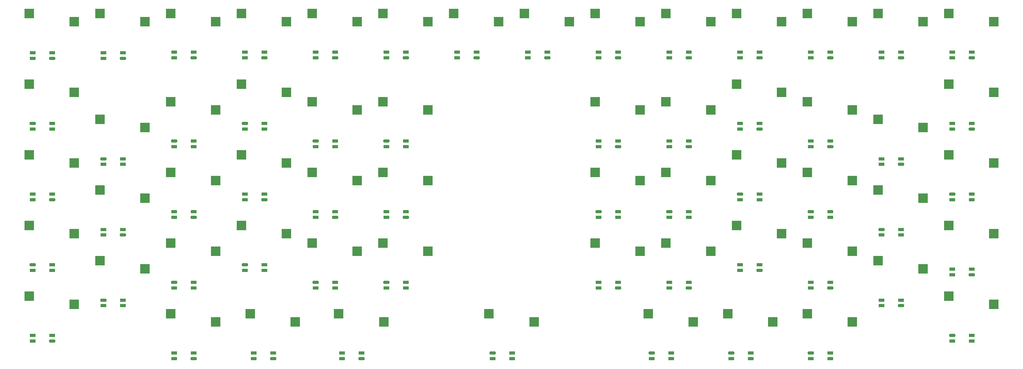
<source format=gbr>
%TF.GenerationSoftware,KiCad,Pcbnew,8.0.3*%
%TF.CreationDate,2024-11-08T10:21:23-08:00*%
%TF.ProjectId,return,72657475-726e-42e6-9b69-6361645f7063,rev?*%
%TF.SameCoordinates,Original*%
%TF.FileFunction,Paste,Bot*%
%TF.FilePolarity,Positive*%
%FSLAX46Y46*%
G04 Gerber Fmt 4.6, Leading zero omitted, Abs format (unit mm)*
G04 Created by KiCad (PCBNEW 8.0.3) date 2024-11-08 10:21:23*
%MOMM*%
%LPD*%
G01*
G04 APERTURE LIST*
G04 Aperture macros list*
%AMRoundRect*
0 Rectangle with rounded corners*
0 $1 Rounding radius*
0 $2 $3 $4 $5 $6 $7 $8 $9 X,Y pos of 4 corners*
0 Add a 4 corners polygon primitive as box body*
4,1,4,$2,$3,$4,$5,$6,$7,$8,$9,$2,$3,0*
0 Add four circle primitives for the rounded corners*
1,1,$1+$1,$2,$3*
1,1,$1+$1,$4,$5*
1,1,$1+$1,$6,$7*
1,1,$1+$1,$8,$9*
0 Add four rect primitives between the rounded corners*
20,1,$1+$1,$2,$3,$4,$5,0*
20,1,$1+$1,$4,$5,$6,$7,0*
20,1,$1+$1,$6,$7,$8,$9,0*
20,1,$1+$1,$8,$9,$2,$3,0*%
G04 Aperture macros list end*
%ADD10R,1.650000X0.820000*%
%ADD11RoundRect,0.205000X-0.620000X-0.205000X0.620000X-0.205000X0.620000X0.205000X-0.620000X0.205000X0*%
%ADD12RoundRect,0.205000X0.620000X0.205000X-0.620000X0.205000X-0.620000X-0.205000X0.620000X-0.205000X0*%
%ADD13RoundRect,0.200000X-1.100000X-1.100000X1.100000X-1.100000X1.100000X1.100000X-1.100000X1.100000X0*%
G04 APERTURE END LIST*
D10*
%TO.C,LED59*%
X240755000Y-61759125D03*
D11*
X235505000Y-61759125D03*
D10*
X235505000Y-63259125D03*
X240755000Y-63259125D03*
%TD*%
%TO.C,LED0*%
X254555400Y-15478450D03*
D12*
X259805400Y-15478450D03*
D10*
X259805400Y-13978450D03*
X254555400Y-13978450D03*
%TD*%
%TO.C,LED34*%
X107402200Y-76046925D03*
D11*
X102152200Y-76046925D03*
D10*
X102152200Y-77546925D03*
X107402200Y-77546925D03*
%TD*%
%TO.C,LED63*%
X235505000Y-44208725D03*
D12*
X240755000Y-44208725D03*
D10*
X240755000Y-42708725D03*
X235505000Y-42708725D03*
%TD*%
%TO.C,LED39*%
X45001000Y-96597325D03*
D12*
X50251000Y-96597325D03*
D10*
X50251000Y-95097325D03*
X45001000Y-95097325D03*
%TD*%
%TO.C,LED31*%
X50251000Y-76046925D03*
D11*
X45001000Y-76046925D03*
D10*
X45001000Y-77546925D03*
X50251000Y-77546925D03*
%TD*%
%TO.C,LED30*%
X31200600Y-80809525D03*
D11*
X25950600Y-80809525D03*
D10*
X25950600Y-82309525D03*
X31200600Y-82309525D03*
%TD*%
%TO.C,LED20*%
X107402200Y-37946125D03*
D11*
X102152200Y-37946125D03*
D10*
X102152200Y-39446125D03*
X107402200Y-39446125D03*
%TD*%
%TO.C,LED40*%
X6900200Y-91834725D03*
D12*
X12150200Y-91834725D03*
D10*
X12150200Y-90334725D03*
X6900200Y-90334725D03*
%TD*%
%TO.C,LED32*%
X69301400Y-71284325D03*
D11*
X64051400Y-71284325D03*
D10*
X64051400Y-72784325D03*
X69301400Y-72784325D03*
%TD*%
%TO.C,LED48*%
X216454600Y-77546925D03*
D12*
X221704600Y-77546925D03*
D10*
X221704600Y-76046925D03*
X216454600Y-76046925D03*
%TD*%
%TO.C,LED45*%
X259805400Y-90334725D03*
D11*
X254555400Y-90334725D03*
D10*
X254555400Y-91834725D03*
X259805400Y-91834725D03*
%TD*%
%TO.C,LED37*%
X90245700Y-96597325D03*
D12*
X95495700Y-96597325D03*
D10*
X95495700Y-95097325D03*
X90245700Y-95097325D03*
%TD*%
%TO.C,LED67*%
X197404200Y-34683525D03*
D12*
X202654200Y-34683525D03*
D10*
X202654200Y-33183525D03*
X197404200Y-33183525D03*
%TD*%
%TO.C,LED43*%
X200272900Y-95097325D03*
D11*
X195022900Y-95097325D03*
D10*
X195022900Y-96597325D03*
X200272900Y-96597325D03*
%TD*%
%TO.C,LED13*%
X25950600Y-15633125D03*
D12*
X31200600Y-15633125D03*
D10*
X31200600Y-14133125D03*
X25950600Y-14133125D03*
%TD*%
%TO.C,LED11*%
X64051400Y-15478450D03*
D12*
X69301400Y-15478450D03*
D10*
X69301400Y-13978450D03*
X64051400Y-13978450D03*
%TD*%
%TO.C,LED61*%
X254555400Y-34683525D03*
D12*
X259805400Y-34683525D03*
D10*
X259805400Y-33183525D03*
X254555400Y-33183525D03*
%TD*%
%TO.C,LED4*%
X197404200Y-15478450D03*
D12*
X202654200Y-15478450D03*
D10*
X202654200Y-13978450D03*
X197404200Y-13978450D03*
%TD*%
%TO.C,LED23*%
X102152200Y-58496525D03*
D12*
X107402200Y-58496525D03*
D10*
X107402200Y-56996525D03*
X102152200Y-56996525D03*
%TD*%
%TO.C,LED29*%
X12150200Y-71284325D03*
D11*
X6900200Y-71284325D03*
D10*
X6900200Y-72784325D03*
X12150200Y-72784325D03*
%TD*%
%TO.C,LED17*%
X50251000Y-37946125D03*
D11*
X45001000Y-37946125D03*
D10*
X45001000Y-39446125D03*
X50251000Y-39446125D03*
%TD*%
%TO.C,LED53*%
X159303400Y-77546925D03*
D12*
X164553400Y-77546925D03*
D10*
X164553400Y-76046925D03*
X159303400Y-76046925D03*
%TD*%
%TO.C,LED51*%
X197404200Y-72784325D03*
D12*
X202654200Y-72784325D03*
D10*
X202654200Y-71284325D03*
X197404200Y-71284325D03*
%TD*%
%TO.C,LED7*%
X140253000Y-15478450D03*
D12*
X145503000Y-15478450D03*
D10*
X145503000Y-13978450D03*
X140253000Y-13978450D03*
%TD*%
%TO.C,LED19*%
X88351800Y-37946125D03*
D11*
X83101800Y-37946125D03*
D10*
X83101800Y-39446125D03*
X88351800Y-39446125D03*
%TD*%
%TO.C,LED26*%
X45001000Y-58496525D03*
D12*
X50251000Y-58496525D03*
D10*
X50251000Y-56996525D03*
X45001000Y-56996525D03*
%TD*%
%TO.C,LED57*%
X221704600Y-56996525D03*
D11*
X216454600Y-56996525D03*
D10*
X216454600Y-58496525D03*
X221704600Y-58496525D03*
%TD*%
%TO.C,LED47*%
X235505000Y-82309525D03*
D12*
X240755000Y-82309525D03*
D10*
X240755000Y-80809525D03*
X235505000Y-80809525D03*
%TD*%
%TO.C,LED54*%
X164553400Y-56996525D03*
D11*
X159303400Y-56996525D03*
D10*
X159303400Y-58496525D03*
X164553400Y-58496525D03*
%TD*%
%TO.C,LED3*%
X216454600Y-15478450D03*
D12*
X221704600Y-15478450D03*
D10*
X221704600Y-13978450D03*
X216454600Y-13978450D03*
%TD*%
%TO.C,LED10*%
X83101800Y-15478450D03*
D12*
X88351800Y-15478450D03*
D10*
X88351800Y-13978450D03*
X83101800Y-13978450D03*
%TD*%
%TO.C,LED66*%
X216454600Y-39446125D03*
D12*
X221704600Y-39446125D03*
D10*
X221704600Y-37946125D03*
X216454600Y-37946125D03*
%TD*%
%TO.C,LED70*%
X159303400Y-39446125D03*
D12*
X164553400Y-39446125D03*
D10*
X164553400Y-37946125D03*
X159303400Y-37946125D03*
%TD*%
%TO.C,LED46*%
X254555400Y-73974975D03*
D12*
X259805400Y-73974975D03*
D10*
X259805400Y-72474975D03*
X254555400Y-72474975D03*
%TD*%
%TO.C,LED9*%
X102152200Y-15478450D03*
D12*
X107402200Y-15478450D03*
D10*
X107402200Y-13978450D03*
X102152200Y-13978450D03*
%TD*%
%TO.C,LED2*%
X235505000Y-15478450D03*
D12*
X240755000Y-15478450D03*
D10*
X240755000Y-13978450D03*
X235505000Y-13978450D03*
%TD*%
%TO.C,LED27*%
X25950600Y-63259125D03*
D12*
X31200600Y-63259125D03*
D10*
X31200600Y-61759125D03*
X25950600Y-61759125D03*
%TD*%
%TO.C,LED42*%
X178841200Y-95097325D03*
D11*
X173591200Y-95097325D03*
D10*
X173591200Y-96597325D03*
X178841200Y-96597325D03*
%TD*%
%TO.C,LED5*%
X178353800Y-15478450D03*
D12*
X183603800Y-15478450D03*
D10*
X183603800Y-13978450D03*
X178353800Y-13978450D03*
%TD*%
%TO.C,LED41*%
X135977800Y-95097325D03*
D11*
X130727800Y-95097325D03*
D10*
X130727800Y-96597325D03*
X135977800Y-96597325D03*
%TD*%
%TO.C,LED16*%
X31200600Y-42708725D03*
D11*
X25950600Y-42708725D03*
D10*
X25950600Y-44208725D03*
X31200600Y-44208725D03*
%TD*%
%TO.C,LED55*%
X183603800Y-56996525D03*
D11*
X178353800Y-56996525D03*
D10*
X178353800Y-58496525D03*
X183603800Y-58496525D03*
%TD*%
%TO.C,LED15*%
X12150200Y-33183525D03*
D11*
X6900200Y-33183525D03*
D10*
X6900200Y-34683525D03*
X12150200Y-34683525D03*
%TD*%
%TO.C,LED60*%
X259805400Y-52233925D03*
D11*
X254555400Y-52233925D03*
D10*
X254555400Y-53733925D03*
X259805400Y-53733925D03*
%TD*%
%TO.C,LED12*%
X45001000Y-15478450D03*
D12*
X50251000Y-15478450D03*
D10*
X50251000Y-13978450D03*
X45001000Y-13978450D03*
%TD*%
%TO.C,LED28*%
X6900200Y-53733925D03*
D12*
X12150200Y-53733925D03*
D10*
X12150200Y-52233925D03*
X6900200Y-52233925D03*
%TD*%
%TO.C,LED38*%
X66432700Y-96597325D03*
D12*
X71682700Y-96597325D03*
D10*
X71682700Y-95097325D03*
X66432700Y-95097325D03*
%TD*%
%TO.C,LED24*%
X83101800Y-58496525D03*
D12*
X88351800Y-58496525D03*
D10*
X88351800Y-56996525D03*
X83101800Y-56996525D03*
%TD*%
%TO.C,LED44*%
X221704600Y-95097325D03*
D11*
X216454600Y-95097325D03*
D10*
X216454600Y-96597325D03*
X221704600Y-96597325D03*
%TD*%
%TO.C,LED52*%
X178353800Y-77546925D03*
D12*
X183603800Y-77546925D03*
D10*
X183603800Y-76046925D03*
X178353800Y-76046925D03*
%TD*%
%TO.C,LED14*%
X6900200Y-15633125D03*
D12*
X12150200Y-15633125D03*
D10*
X12150200Y-14133125D03*
X6900200Y-14133125D03*
%TD*%
%TO.C,LED56*%
X202654200Y-52233925D03*
D11*
X197404200Y-52233925D03*
D10*
X197404200Y-53733925D03*
X202654200Y-53733925D03*
%TD*%
%TO.C,LED6*%
X159303400Y-15478450D03*
D12*
X164553400Y-15478450D03*
D10*
X164553400Y-13978450D03*
X159303400Y-13978450D03*
%TD*%
%TO.C,LED25*%
X64051400Y-53733925D03*
D12*
X69301400Y-53733925D03*
D10*
X69301400Y-52233925D03*
X64051400Y-52233925D03*
%TD*%
%TO.C,LED68*%
X178353800Y-39446125D03*
D12*
X183603800Y-39446125D03*
D10*
X183603800Y-37946125D03*
X178353800Y-37946125D03*
%TD*%
%TO.C,LED33*%
X88351800Y-76046925D03*
D11*
X83101800Y-76046925D03*
D10*
X83101800Y-77546925D03*
X88351800Y-77546925D03*
%TD*%
%TO.C,LED8*%
X121202600Y-15478450D03*
D12*
X126452600Y-15478450D03*
D10*
X126452600Y-13978450D03*
X121202600Y-13978450D03*
%TD*%
%TO.C,LED18*%
X69301400Y-33183525D03*
D11*
X64051400Y-33183525D03*
D10*
X64051400Y-34683525D03*
X69301400Y-34683525D03*
%TD*%
D13*
%TO.C,SW7*%
X94300000Y-5725000D03*
X82150000Y-3525000D03*
%TD*%
%TO.C,SW28*%
X56200000Y-29537500D03*
X44050000Y-27337500D03*
%TD*%
%TO.C,SW14*%
X227650000Y-5725000D03*
X215500000Y-3525000D03*
%TD*%
%TO.C,SW58*%
X141925000Y-86687500D03*
X129775000Y-84487500D03*
%TD*%
%TO.C,SW55*%
X56200000Y-86687500D03*
X44050000Y-84487500D03*
%TD*%
%TO.C,SW8*%
X113350000Y-5725000D03*
X101200000Y-3525000D03*
%TD*%
%TO.C,SW51*%
X227650000Y-67637500D03*
X215500000Y-65437500D03*
%TD*%
%TO.C,SW61*%
X227650000Y-86687500D03*
X215500000Y-84487500D03*
%TD*%
%TO.C,SW27*%
X37150000Y-72400000D03*
X25000000Y-70200000D03*
%TD*%
%TO.C,SW19*%
X18100000Y-62875000D03*
X5950000Y-60675000D03*
%TD*%
%TO.C,SW24*%
X265750000Y-81925000D03*
X253600000Y-79725000D03*
%TD*%
%TO.C,SW60*%
X206222700Y-86689200D03*
X194072700Y-84489200D03*
%TD*%
%TO.C,SW3*%
X18100000Y-5725000D03*
X5950000Y-3525000D03*
%TD*%
%TO.C,SW22*%
X265750000Y-43825000D03*
X253600000Y-41625000D03*
%TD*%
%TO.C,SW41*%
X170500000Y-48587500D03*
X158350000Y-46387500D03*
%TD*%
%TO.C,SW59*%
X184791200Y-86687500D03*
X172641200Y-84487500D03*
%TD*%
%TO.C,SW52*%
X246700000Y-34300000D03*
X234550000Y-32100000D03*
%TD*%
%TO.C,SW50*%
X227650000Y-48587500D03*
X215500000Y-46387500D03*
%TD*%
%TO.C,SW15*%
X246700000Y-5725000D03*
X234550000Y-3525000D03*
%TD*%
%TO.C,SW4*%
X37150000Y-5725000D03*
X25000000Y-3525000D03*
%TD*%
%TO.C,SW49*%
X227650000Y-29537500D03*
X215500000Y-27337500D03*
%TD*%
%TO.C,SW43*%
X189550000Y-29537500D03*
X177400000Y-27337500D03*
%TD*%
%TO.C,SW17*%
X18100000Y-24775000D03*
X5950000Y-22575000D03*
%TD*%
%TO.C,SW25*%
X37150000Y-34300000D03*
X25000000Y-32100000D03*
%TD*%
%TO.C,SW37*%
X113350000Y-29537500D03*
X101200000Y-27337500D03*
%TD*%
%TO.C,SW10*%
X151450000Y-5725000D03*
X139300000Y-3525000D03*
%TD*%
%TO.C,SW46*%
X208600000Y-24775000D03*
X196450000Y-22575000D03*
%TD*%
%TO.C,SW57*%
X101443750Y-86687500D03*
X89293750Y-84487500D03*
%TD*%
%TO.C,SW53*%
X246700000Y-53350000D03*
X234550000Y-51150000D03*
%TD*%
%TO.C,SW23*%
X265750000Y-62875000D03*
X253600000Y-60675000D03*
%TD*%
%TO.C,SW44*%
X189550000Y-48587500D03*
X177400000Y-46387500D03*
%TD*%
%TO.C,SW29*%
X56200000Y-48587500D03*
X44050000Y-46387500D03*
%TD*%
%TO.C,SW45*%
X189550000Y-67637500D03*
X177400000Y-65437500D03*
%TD*%
%TO.C,SW35*%
X94300000Y-48587500D03*
X82150000Y-46387500D03*
%TD*%
%TO.C,SW48*%
X208600000Y-62875000D03*
X196450000Y-60675000D03*
%TD*%
%TO.C,SW13*%
X208600000Y-5725000D03*
X196450000Y-3525000D03*
%TD*%
%TO.C,SW11*%
X170500000Y-5725000D03*
X158350000Y-3525000D03*
%TD*%
%TO.C,SW36*%
X94300000Y-67637500D03*
X82150000Y-65437500D03*
%TD*%
%TO.C,SW38*%
X113350000Y-48587500D03*
X101200000Y-46387500D03*
%TD*%
%TO.C,SW21*%
X265750000Y-24775000D03*
X253600000Y-22575000D03*
%TD*%
%TO.C,SW33*%
X75250000Y-62875000D03*
X63100000Y-60675000D03*
%TD*%
%TO.C,SW31*%
X75250000Y-24775000D03*
X63100000Y-22575000D03*
%TD*%
%TO.C,SW34*%
X94300000Y-29537500D03*
X82150000Y-27337500D03*
%TD*%
%TO.C,SW47*%
X208600000Y-43825000D03*
X196450000Y-41625000D03*
%TD*%
%TO.C,SW56*%
X77631250Y-86687500D03*
X65481250Y-84487500D03*
%TD*%
%TO.C,SW26*%
X37150000Y-53350000D03*
X25000000Y-51150000D03*
%TD*%
%TO.C,SW54*%
X246700000Y-72400000D03*
X234550000Y-70200000D03*
%TD*%
%TO.C,SW9*%
X132400000Y-5725000D03*
X120250000Y-3525000D03*
%TD*%
%TO.C,SW16*%
X265750000Y-5725000D03*
X253600000Y-3525000D03*
%TD*%
%TO.C,SW5*%
X56200000Y-5725000D03*
X44050000Y-3525000D03*
%TD*%
%TO.C,SW42*%
X170500000Y-67637500D03*
X158350000Y-65437500D03*
%TD*%
%TO.C,SW32*%
X75250000Y-43825000D03*
X63100000Y-41625000D03*
%TD*%
%TO.C,SW6*%
X75250000Y-5725000D03*
X63100000Y-3525000D03*
%TD*%
%TO.C,SW12*%
X189550000Y-5725000D03*
X177400000Y-3525000D03*
%TD*%
%TO.C,SW40*%
X170500000Y-29537500D03*
X158350000Y-27337500D03*
%TD*%
%TO.C,SW18*%
X18100000Y-43825000D03*
X5950000Y-41625000D03*
%TD*%
%TO.C,SW39*%
X113350000Y-67637500D03*
X101200000Y-65437500D03*
%TD*%
%TO.C,SW20*%
X18100000Y-81925000D03*
X5950000Y-79725000D03*
%TD*%
%TO.C,SW30*%
X56200000Y-67637500D03*
X44050000Y-65437500D03*
%TD*%
M02*

</source>
